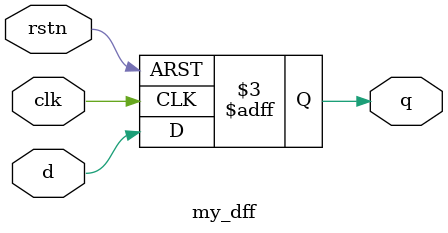
<source format=sv>


//declaring a new component that will contain some logic
module my_dff(input d, input clk, input rstn, output q);

//"always @" is used for when logic depends on edges. such as flip flops and resets
//here, we have a dff that has its logic executed when reset goes low,
//or when the clk has a positive edge
always @ (negedge rstn or posedge clk) 
begin
if(rstn == 0)
	q <= 0;
else
	q <= d;
end

endmodule

</source>
